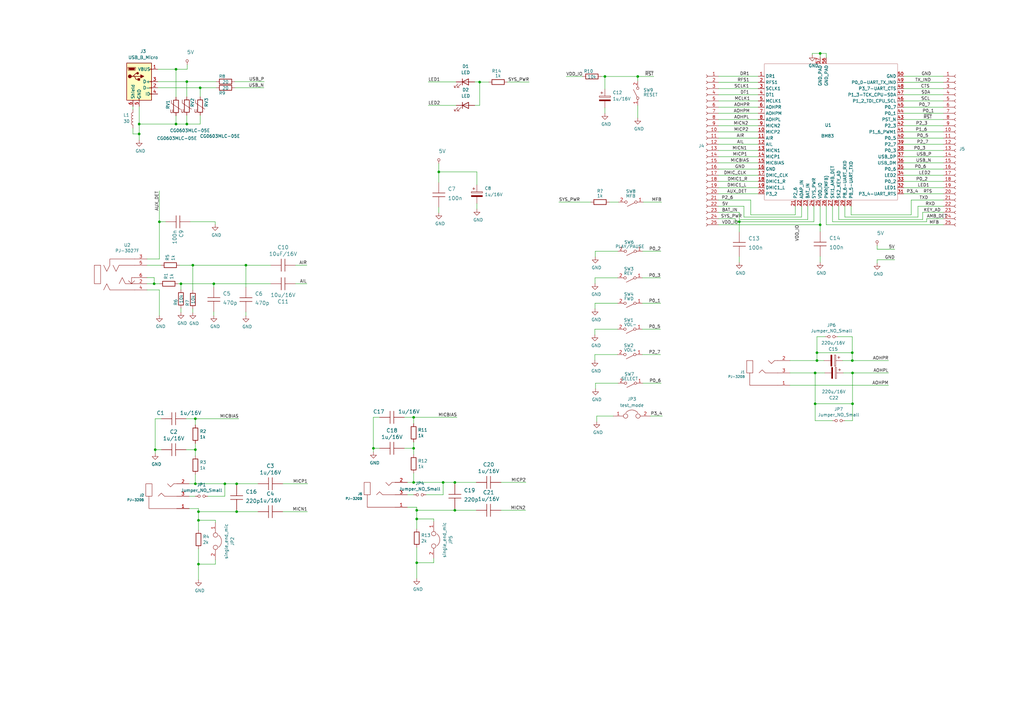
<source format=kicad_sch>
(kicad_sch (version 20200602) (host eeschema "5.99.0-unknown-6083c08~88~ubuntu18.04.1")
  (page 1 1)
  (paper "A3")
  (junction (at 57.0738 50.8762))
  (junction (at 57.0738 54.9402))
  (junction (at 63.2206 116.3828))
  (junction (at 63.6524 184.4294))
  (junction (at 65.3796 90.9828))
  (junction (at 72.1868 28.3972))
  (junction (at 72.1868 50.8762))
  (junction (at 74.2188 116.3828))
  (junction (at 76.6318 33.4772))
  (junction (at 76.6318 50.8762))
  (junction (at 79.0956 108.7628))
  (junction (at 80.137 171.7294))
  (junction (at 80.137 184.4294))
  (junction (at 80.137 198.4248))
  (junction (at 81.407 209.8548))
  (junction (at 81.407 213.4108))
  (junction (at 81.407 231.3686))
  (junction (at 82.0928 36.0172))
  (junction (at 87.7062 116.3828))
  (junction (at 92.2274 198.4248))
  (junction (at 97.0534 198.4248))
  (junction (at 97.0534 209.8548))
  (junction (at 100.8634 108.7628))
  (junction (at 153.162 183.8706))
  (junction (at 169.6466 171.1706))
  (junction (at 169.6466 183.8706))
  (junction (at 169.6466 197.866))
  (junction (at 170.9166 209.296))
  (junction (at 170.9166 212.852))
  (junction (at 170.9166 230.8098))
  (junction (at 179.9844 70.5104))
  (junction (at 181.737 197.866))
  (junction (at 186.563 197.866))
  (junction (at 186.563 209.296))
  (junction (at 196.723 33.655))
  (junction (at 248.1072 31.369))
  (junction (at 261.5692 31.369))
  (junction (at 303.2252 90.932))
  (junction (at 334.3148 152.9588))
  (junction (at 334.3148 165.608))
  (junction (at 335.0768 144.653))
  (junction (at 335.0768 147.8788))
  (junction (at 336.3722 21.9202))
  (junction (at 336.3722 92.202))
  (junction (at 349.5548 144.653))
  (junction (at 349.5802 147.8788))
  (junction (at 349.6564 152.9588))
  (junction (at 349.6564 165.608))
  (wire (pts (xy 54.5338 43.6372) (xy 54.5338 44.9072)))
  (wire (pts (xy 54.5338 52.5272) (xy 54.5338 54.9402)))
  (wire (pts (xy 54.5338 54.9402) (xy 57.0738 54.9402)))
  (wire (pts (xy 57.0738 43.6372) (xy 57.0738 50.8762)))
  (wire (pts (xy 57.0738 50.8762) (xy 57.0738 54.9402)))
  (wire (pts (xy 57.0738 54.9402) (xy 57.0738 57.4802)))
  (wire (pts (xy 60.2996 106.2228) (xy 65.3796 106.2228)))
  (wire (pts (xy 60.2996 108.7628) (xy 66.04 108.7628)))
  (wire (pts (xy 60.2996 113.8428) (xy 63.2206 113.8428)))
  (wire (pts (xy 60.2996 116.3828) (xy 63.2206 116.3828)))
  (wire (pts (xy 60.2996 118.9228) (xy 65.3796 118.9228)))
  (wire (pts (xy 63.2206 113.8428) (xy 63.2206 116.3828)))
  (wire (pts (xy 63.2206 116.3828) (xy 65.4304 116.3828)))
  (wire (pts (xy 63.627 171.7294) (xy 66.167 171.7294)))
  (wire (pts (xy 63.627 184.4294) (xy 63.627 171.7294)))
  (wire (pts (xy 63.6524 184.4294) (xy 63.627 184.4294)))
  (wire (pts (xy 63.6524 184.4294) (xy 63.6524 185.9534)))
  (wire (pts (xy 64.6938 28.3972) (xy 72.1868 28.3972)))
  (wire (pts (xy 64.6938 33.4772) (xy 76.6318 33.4772)))
  (wire (pts (xy 64.6938 36.0172) (xy 82.0928 36.0172)))
  (wire (pts (xy 65.3796 78.2828) (xy 65.3796 90.9828)))
  (wire (pts (xy 65.3796 90.9828) (xy 65.3796 106.2228)))
  (wire (pts (xy 65.3796 118.9228) (xy 65.3796 129.4384)))
  (wire (pts (xy 66.167 184.4294) (xy 63.6524 184.4294)))
  (wire (pts (xy 67.9196 90.9828) (xy 65.3796 90.9828)))
  (wire (pts (xy 72.1868 28.3972) (xy 72.1868 39.8272)))
  (wire (pts (xy 72.1868 28.3972) (xy 76.7588 28.3972)))
  (wire (pts (xy 72.1868 47.4472) (xy 72.1868 50.8762)))
  (wire (pts (xy 72.1868 50.8762) (xy 57.0738 50.8762)))
  (wire (pts (xy 72.1868 50.8762) (xy 76.6318 50.8762)))
  (wire (pts (xy 73.0504 116.3828) (xy 74.2188 116.3828)))
  (wire (pts (xy 73.66 108.7628) (xy 79.0956 108.7628)))
  (wire (pts (xy 74.2188 116.3828) (xy 74.2188 118.7704)))
  (wire (pts (xy 74.2188 116.3828) (xy 87.7062 116.3828)))
  (wire (pts (xy 74.2188 126.3904) (xy 74.2188 128.1176)))
  (wire (pts (xy 76.327 171.7294) (xy 80.137 171.7294)))
  (wire (pts (xy 76.6318 33.4772) (xy 76.6318 39.7002)))
  (wire (pts (xy 76.6318 33.4772) (xy 88.6968 33.4772)))
  (wire (pts (xy 76.6318 47.3202) (xy 76.6318 50.8762)))
  (wire (pts (xy 76.7588 26.4922) (xy 76.7588 28.3972)))
  (wire (pts (xy 77.597 198.4248) (xy 80.137 198.4248)))
  (wire (pts (xy 77.597 208.5848) (xy 81.407 208.5848)))
  (wire (pts (xy 78.0796 90.9828) (xy 88.2396 90.9828)))
  (wire (pts (xy 79.0956 108.7628) (xy 79.0956 119.0244)))
  (wire (pts (xy 79.0956 108.7628) (xy 100.8634 108.7628)))
  (wire (pts (xy 79.0956 126.6444) (xy 79.0956 128.2192)))
  (wire (pts (xy 80.137 171.7294) (xy 80.137 174.2694)))
  (wire (pts (xy 80.137 171.7294) (xy 97.917 171.7294)))
  (wire (pts (xy 80.137 181.8894) (xy 80.137 184.4294)))
  (wire (pts (xy 80.137 184.4294) (xy 76.327 184.4294)))
  (wire (pts (xy 80.137 184.4294) (xy 80.137 186.9694)))
  (wire (pts (xy 80.137 194.5894) (xy 80.137 198.4248)))
  (wire (pts (xy 80.137 198.4248) (xy 92.2274 198.4248)))
  (wire (pts (xy 80.137 203.5048) (xy 77.597 203.5048)))
  (wire (pts (xy 81.407 208.5848) (xy 81.407 209.8548)))
  (wire (pts (xy 81.407 209.8548) (xy 81.407 213.4108)))
  (wire (pts (xy 81.407 213.4108) (xy 81.407 217.4748)))
  (wire (pts (xy 81.407 225.0948) (xy 81.407 231.3686)))
  (wire (pts (xy 81.407 231.3686) (xy 81.407 237.7948)))
  (wire (pts (xy 81.407 231.3686) (xy 88.3666 231.3686)))
  (wire (pts (xy 82.0928 36.0172) (xy 82.0928 39.7002)))
  (wire (pts (xy 82.0928 36.0172) (xy 88.6968 36.0172)))
  (wire (pts (xy 82.0928 47.3202) (xy 82.0928 50.8762)))
  (wire (pts (xy 82.0928 50.8762) (xy 76.6318 50.8762)))
  (wire (pts (xy 85.217 203.5048) (xy 92.2274 203.5048)))
  (wire (pts (xy 87.7062 116.3828) (xy 87.7062 117.729)))
  (wire (pts (xy 87.7062 116.3828) (xy 111.0234 116.3828)))
  (wire (pts (xy 87.7062 127.889) (xy 87.7062 129.4638)))
  (wire (pts (xy 88.2396 90.9828) (xy 88.2396 91.9988)))
  (wire (pts (xy 88.3666 213.4108) (xy 81.407 213.4108)))
  (wire (pts (xy 88.3666 214.3506) (xy 88.3666 213.4108)))
  (wire (pts (xy 88.3666 229.5906) (xy 88.3666 231.3686)))
  (wire (pts (xy 92.2274 198.4248) (xy 92.2274 203.5048)))
  (wire (pts (xy 92.2274 198.4248) (xy 97.0534 198.4248)))
  (wire (pts (xy 96.3168 33.4772) (xy 108.3818 33.4772)))
  (wire (pts (xy 96.3168 36.0172) (xy 108.2548 36.0172)))
  (wire (pts (xy 97.0534 198.4248) (xy 97.0534 199.009)))
  (wire (pts (xy 97.0534 198.4248) (xy 105.8164 198.4248)))
  (wire (pts (xy 97.0534 209.169) (xy 97.0534 209.8548)))
  (wire (pts (xy 97.0534 209.8548) (xy 81.407 209.8548)))
  (wire (pts (xy 100.8634 108.7628) (xy 100.8634 117.8052)))
  (wire (pts (xy 100.8634 108.7628) (xy 111.0234 108.7628)))
  (wire (pts (xy 100.8634 127.9652) (xy 100.8634 129.54)))
  (wire (pts (xy 105.8164 209.8548) (xy 97.0534 209.8548)))
  (wire (pts (xy 115.9764 198.4248) (xy 126.1872 198.4248)))
  (wire (pts (xy 115.9764 209.8548) (xy 126.0602 209.8548)))
  (wire (pts (xy 121.1834 108.7628) (xy 125.8824 108.7628)))
  (wire (pts (xy 121.1834 116.3828) (xy 125.8824 116.3828)))
  (wire (pts (xy 153.1366 171.1706) (xy 155.6766 171.1706)))
  (wire (pts (xy 153.1366 183.8706) (xy 153.1366 171.1706)))
  (wire (pts (xy 153.162 183.8706) (xy 153.1366 183.8706)))
  (wire (pts (xy 153.162 183.8706) (xy 153.162 185.3946)))
  (wire (pts (xy 155.6766 183.8706) (xy 153.162 183.8706)))
  (wire (pts (xy 165.8366 171.1706) (xy 169.6466 171.1706)))
  (wire (pts (xy 167.1066 197.866) (xy 169.6466 197.866)))
  (wire (pts (xy 167.1066 208.026) (xy 170.9166 208.026)))
  (wire (pts (xy 169.6466 171.1706) (xy 169.6466 173.7106)))
  (wire (pts (xy 169.6466 171.1706) (xy 187.4266 171.1706)))
  (wire (pts (xy 169.6466 181.3306) (xy 169.6466 183.8706)))
  (wire (pts (xy 169.6466 183.8706) (xy 165.8366 183.8706)))
  (wire (pts (xy 169.6466 183.8706) (xy 169.6466 186.4106)))
  (wire (pts (xy 169.6466 194.0306) (xy 169.6466 197.866)))
  (wire (pts (xy 169.6466 197.866) (xy 181.737 197.866)))
  (wire (pts (xy 169.6466 202.946) (xy 167.1066 202.946)))
  (wire (pts (xy 170.9166 208.026) (xy 170.9166 209.296)))
  (wire (pts (xy 170.9166 209.296) (xy 170.9166 212.852)))
  (wire (pts (xy 170.9166 212.852) (xy 170.9166 216.916)))
  (wire (pts (xy 170.9166 224.536) (xy 170.9166 230.8098)))
  (wire (pts (xy 170.9166 230.8098) (xy 170.9166 237.236)))
  (wire (pts (xy 170.9166 230.8098) (xy 177.8762 230.8098)))
  (wire (pts (xy 174.7266 202.946) (xy 181.737 202.946)))
  (wire (pts (xy 175.641 33.6042) (xy 187.0964 33.6042)))
  (wire (pts (xy 175.6664 43.2308) (xy 187.1218 43.2308)))
  (wire (pts (xy 177.8762 212.852) (xy 170.9166 212.852)))
  (wire (pts (xy 177.8762 213.7918) (xy 177.8762 212.852)))
  (wire (pts (xy 177.8762 229.0318) (xy 177.8762 230.8098)))
  (wire (pts (xy 179.9844 67.0814) (xy 179.9844 70.5104)))
  (wire (pts (xy 179.9844 70.5104) (xy 179.9844 74.8284)))
  (wire (pts (xy 179.9844 70.5104) (xy 195.6054 70.5104)))
  (wire (pts (xy 179.9844 84.9884) (xy 179.9844 87.2744)))
  (wire (pts (xy 181.737 197.866) (xy 181.737 202.946)))
  (wire (pts (xy 181.737 197.866) (xy 186.563 197.866)))
  (wire (pts (xy 186.563 197.866) (xy 186.563 198.4502)))
  (wire (pts (xy 186.563 197.866) (xy 195.326 197.866)))
  (wire (pts (xy 186.563 208.6102) (xy 186.563 209.296)))
  (wire (pts (xy 186.563 209.296) (xy 170.9166 209.296)))
  (wire (pts (xy 194.7164 33.6042) (xy 196.723 33.6042)))
  (wire (pts (xy 194.7418 43.2308) (xy 196.723 43.2308)))
  (wire (pts (xy 195.326 209.296) (xy 186.563 209.296)))
  (wire (pts (xy 195.6054 70.5104) (xy 195.6054 75.8444)))
  (wire (pts (xy 195.6054 83.4644) (xy 195.6054 85.7504)))
  (wire (pts (xy 196.723 33.6042) (xy 196.723 33.655)))
  (wire (pts (xy 196.723 33.655) (xy 196.723 43.2308)))
  (wire (pts (xy 196.723 33.655) (xy 200.4822 33.655)))
  (wire (pts (xy 205.486 197.866) (xy 215.6968 197.866)))
  (wire (pts (xy 205.486 209.296) (xy 215.5698 209.296)))
  (wire (pts (xy 208.1022 33.655) (xy 217.043 33.655)))
  (wire (pts (xy 229.2096 82.8802) (xy 242.2906 82.8802)))
  (wire (pts (xy 232.2322 31.369) (xy 238.9632 31.369)))
  (wire (pts (xy 243.9924 135.001) (xy 243.9924 137.287)))
  (wire (pts (xy 243.9924 135.001) (xy 253.2634 135.001)))
  (wire (pts (xy 243.9924 145.415) (xy 243.9924 147.701)))
  (wire (pts (xy 243.9924 145.415) (xy 253.2634 145.415)))
  (wire (pts (xy 244.0432 113.9698) (xy 244.0432 116.2558)))
  (wire (pts (xy 244.0432 113.9698) (xy 253.3142 113.9698)))
  (wire (pts (xy 244.0432 124.3838) (xy 244.0432 126.6698)))
  (wire (pts (xy 244.0432 124.3838) (xy 253.3142 124.3838)))
  (wire (pts (xy 244.1448 103.0478) (xy 244.1448 105.3338)))
  (wire (pts (xy 244.1448 103.0478) (xy 253.4158 103.0478)))
  (wire (pts (xy 244.2464 157.1498) (xy 244.2464 159.4358)))
  (wire (pts (xy 244.2464 157.1498) (xy 253.5174 157.1498)))
  (wire (pts (xy 244.7544 170.6372) (xy 244.7544 172.9232)))
  (wire (pts (xy 244.7544 170.6372) (xy 251.5108 170.6372)))
  (wire (pts (xy 246.5832 31.369) (xy 248.1072 31.369)))
  (wire (pts (xy 248.1072 31.369) (xy 248.1072 36.576)))
  (wire (pts (xy 248.1072 31.369) (xy 261.5692 31.369)))
  (wire (pts (xy 248.1072 44.196) (xy 248.1072 46.482)))
  (wire (pts (xy 249.9106 82.8802) (xy 253.6952 82.8802)))
  (wire (pts (xy 261.5692 31.369) (xy 261.5692 33.147)))
  (wire (pts (xy 261.5692 31.369) (xy 268.1732 31.369)))
  (wire (pts (xy 261.5692 43.307) (xy 261.5692 48.387)))
  (wire (pts (xy 263.4234 135.001) (xy 270.9164 135.001)))
  (wire (pts (xy 263.4234 145.415) (xy 270.9164 145.415)))
  (wire (pts (xy 263.4742 113.9698) (xy 270.9672 113.9698)))
  (wire (pts (xy 263.4742 124.3838) (xy 270.9672 124.3838)))
  (wire (pts (xy 263.5758 103.0478) (xy 271.0688 103.0478)))
  (wire (pts (xy 263.6774 157.1498) (xy 271.1704 157.1498)))
  (wire (pts (xy 263.8552 82.8802) (xy 271.3482 82.8802)))
  (wire (pts (xy 266.7508 170.6372) (xy 271.6784 170.6372)))
  (wire (pts (xy 294.7162 31.242) (xy 310.9722 31.242)))
  (wire (pts (xy 294.7162 33.782) (xy 310.9722 33.782)))
  (wire (pts (xy 294.7162 36.322) (xy 310.9722 36.322)))
  (wire (pts (xy 294.7162 38.862) (xy 310.9722 38.862)))
  (wire (pts (xy 294.7162 41.402) (xy 310.9722 41.402)))
  (wire (pts (xy 294.7162 43.942) (xy 310.9722 43.942)))
  (wire (pts (xy 294.7162 46.482) (xy 310.9722 46.482)))
  (wire (pts (xy 294.7162 49.022) (xy 310.9722 49.022)))
  (wire (pts (xy 294.7162 51.562) (xy 310.9722 51.562)))
  (wire (pts (xy 294.7162 54.102) (xy 310.9722 54.102)))
  (wire (pts (xy 294.7162 56.642) (xy 310.9722 56.642)))
  (wire (pts (xy 294.7162 59.182) (xy 310.9722 59.182)))
  (wire (pts (xy 294.7162 61.722) (xy 310.9722 61.722)))
  (wire (pts (xy 294.7162 64.262) (xy 310.9722 64.262)))
  (wire (pts (xy 294.7162 66.802) (xy 310.9722 66.802)))
  (wire (pts (xy 294.7162 69.342) (xy 310.9722 69.342)))
  (wire (pts (xy 294.7162 71.882) (xy 310.9722 71.882)))
  (wire (pts (xy 294.7162 74.422) (xy 310.9722 74.422)))
  (wire (pts (xy 294.7162 76.962) (xy 310.9722 76.962)))
  (wire (pts (xy 294.7162 79.502) (xy 310.9722 79.502)))
  (wire (pts (xy 294.7162 82.042) (xy 307.9242 82.042)))
  (wire (pts (xy 294.7162 87.122) (xy 303.2252 87.122)))
  (wire (pts (xy 294.7162 92.202) (xy 336.3722 92.202)))
  (wire (pts (xy 301.5742 89.662) (xy 294.7162 89.662)))
  (wire (pts (xy 301.5742 90.932) (xy 301.5742 89.662)))
  (wire (pts (xy 303.2252 87.122) (xy 303.2252 90.043)))
  (wire (pts (xy 303.2252 90.043) (xy 331.2922 90.043)))
  (wire (pts (xy 303.2252 90.932) (xy 301.5742 90.932)))
  (wire (pts (xy 303.2252 90.932) (xy 303.2252 95.123)))
  (wire (pts (xy 303.2252 105.283) (xy 303.2252 107.569)))
  (wire (pts (xy 305.1302 84.582) (xy 294.7162 84.582)))
  (wire (pts (xy 305.1302 89.027) (xy 305.1302 84.582)))
  (wire (pts (xy 307.9242 82.042) (xy 307.9242 88.138)))
  (wire (pts (xy 307.9242 88.138) (xy 326.2122 88.138)))
  (wire (pts (xy 324.0278 147.8788) (xy 335.0768 147.8788)))
  (wire (pts (xy 324.0278 152.9588) (xy 334.3148 152.9588)))
  (wire (pts (xy 324.0278 158.0388) (xy 364.4138 158.0388)))
  (wire (pts (xy 326.2122 88.138) (xy 326.2122 84.582)))
  (wire (pts (xy 328.7522 84.582) (xy 328.7522 89.027)))
  (wire (pts (xy 328.7522 89.027) (xy 305.1302 89.027)))
  (wire (pts (xy 331.2922 90.043) (xy 331.2922 84.582)))
  (wire (pts (xy 333.1464 21.9202) (xy 333.1464 22.5044)))
  (wire (pts (xy 333.8322 84.582) (xy 333.8322 90.932)))
  (wire (pts (xy 333.8322 90.932) (xy 303.2252 90.932)))
  (wire (pts (xy 334.3148 152.9588) (xy 338.2518 152.9588)))
  (wire (pts (xy 334.3148 165.608) (xy 334.3148 152.9588)))
  (wire (pts (xy 334.3148 165.608) (xy 349.6564 165.608)))
  (wire (pts (xy 334.3148 172.5168) (xy 334.3148 165.608)))
  (wire (pts (xy 335.0768 138.0744) (xy 335.0768 144.653)))
  (wire (pts (xy 335.0768 144.653) (xy 335.0768 147.8788)))
  (wire (pts (xy 335.0768 147.8788) (xy 337.947 147.8788)))
  (wire (pts (xy 336.3722 21.9202) (xy 333.1464 21.9202)))
  (wire (pts (xy 336.3722 21.9202) (xy 336.3722 23.622)))
  (wire (pts (xy 336.3722 92.202) (xy 336.3722 84.582)))
  (wire (pts (xy 336.3722 92.202) (xy 336.3722 94.996)))
  (wire (pts (xy 336.3722 105.156) (xy 336.3722 107.569)))
  (wire (pts (xy 338.4804 138.0744) (xy 335.0768 138.0744)))
  (wire (pts (xy 338.9122 21.9202) (xy 336.3722 21.9202)))
  (wire (pts (xy 338.9122 23.622) (xy 338.9122 21.9202)))
  (wire (pts (xy 338.9122 92.202) (xy 338.9122 84.582)))
  (wire (pts (xy 338.9122 92.202) (xy 386.9182 92.202)))
  (wire (pts (xy 341.4268 172.5168) (xy 334.3148 172.5168)))
  (wire (pts (xy 341.4522 84.582) (xy 341.4522 90.932)))
  (wire (pts (xy 341.4522 90.932) (xy 380.0602 90.932)))
  (wire (pts (xy 343.5604 138.0744) (xy 349.5548 138.0744)))
  (wire (pts (xy 343.9922 90.043) (xy 343.9922 84.582)))
  (wire (pts (xy 345.567 147.8788) (xy 349.5802 147.8788)))
  (wire (pts (xy 345.8718 152.9588) (xy 349.6564 152.9588)))
  (wire (pts (xy 346.5322 84.582) (xy 346.5322 89.027)))
  (wire (pts (xy 346.5322 89.027) (xy 376.5042 89.027)))
  (wire (pts (xy 349.0722 88.138) (xy 349.0722 84.582)))
  (wire (pts (xy 349.5548 138.0744) (xy 349.5548 144.653)))
  (wire (pts (xy 349.5548 144.653) (xy 335.0768 144.653)))
  (wire (pts (xy 349.5548 144.653) (xy 349.5548 147.8534)))
  (wire (pts (xy 349.5548 147.8534) (xy 349.5802 147.8534)))
  (wire (pts (xy 349.5802 147.8534) (xy 349.5802 147.8788)))
  (wire (pts (xy 349.5802 147.8788) (xy 364.4392 147.8788)))
  (wire (pts (xy 349.6564 152.9588) (xy 349.6564 165.608)))
  (wire (pts (xy 349.6564 152.9588) (xy 364.4392 152.9588)))
  (wire (pts (xy 349.6564 165.608) (xy 349.6564 172.5168)))
  (wire (pts (xy 349.6564 172.5168) (xy 346.5068 172.5168)))
  (wire (pts (xy 359.7402 100.711) (xy 359.7402 102.235)))
  (wire (pts (xy 359.7402 102.235) (xy 366.9792 102.235)))
  (wire (pts (xy 359.7402 106.553) (xy 366.9792 106.553)))
  (wire (pts (xy 359.7402 107.95) (xy 359.7402 106.553)))
  (wire (pts (xy 370.6622 31.242) (xy 386.9182 31.242)))
  (wire (pts (xy 370.6622 33.782) (xy 386.9182 33.782)))
  (wire (pts (xy 370.6622 36.322) (xy 386.9182 36.322)))
  (wire (pts (xy 370.6622 38.862) (xy 386.9182 38.862)))
  (wire (pts (xy 370.6622 41.402) (xy 386.9182 41.402)))
  (wire (pts (xy 370.6622 43.942) (xy 386.9182 43.942)))
  (wire (pts (xy 370.6622 46.482) (xy 386.9182 46.482)))
  (wire (pts (xy 370.6622 49.022) (xy 386.9182 49.022)))
  (wire (pts (xy 370.6622 51.562) (xy 386.9182 51.562)))
  (wire (pts (xy 370.6622 54.102) (xy 386.9182 54.102)))
  (wire (pts (xy 370.6622 56.642) (xy 386.9182 56.642)))
  (wire (pts (xy 370.6622 59.182) (xy 386.9182 59.182)))
  (wire (pts (xy 370.6622 61.722) (xy 386.9182 61.722)))
  (wire (pts (xy 370.6622 64.262) (xy 386.9182 64.262)))
  (wire (pts (xy 370.6622 66.802) (xy 386.9182 66.802)))
  (wire (pts (xy 370.6622 69.342) (xy 386.9182 69.342)))
  (wire (pts (xy 370.6622 71.882) (xy 386.9182 71.882)))
  (wire (pts (xy 370.6622 74.422) (xy 386.9182 74.422)))
  (wire (pts (xy 370.6622 76.962) (xy 386.9182 76.962)))
  (wire (pts (xy 370.6622 79.502) (xy 386.9182 79.502)))
  (wire (pts (xy 373.7102 82.042) (xy 373.7102 88.138)))
  (wire (pts (xy 373.7102 88.138) (xy 349.0722 88.138)))
  (wire (pts (xy 376.5042 84.582) (xy 386.9182 84.582)))
  (wire (pts (xy 376.5042 89.027) (xy 376.5042 84.582)))
  (wire (pts (xy 378.4092 87.122) (xy 378.4092 90.043)))
  (wire (pts (xy 378.4092 90.043) (xy 343.9922 90.043)))
  (wire (pts (xy 380.0602 89.662) (xy 386.9182 89.662)))
  (wire (pts (xy 380.0602 90.932) (xy 380.0602 89.662)))
  (wire (pts (xy 386.9182 82.042) (xy 373.7102 82.042)))
  (wire (pts (xy 386.9182 87.122) (xy 378.4092 87.122)))
  (label "AUX_DET" (at 65.3796 78.2828 270))
  (label "MICBIAS" (at 97.917 171.7294 180))
  (label "USB_N" (at 108.2548 36.0172 180))
  (label "USB_P" (at 108.3818 33.4772 180))
  (label "AIR" (at 125.8824 108.7628 180))
  (label "AIL" (at 125.8824 116.3828 180))
  (label "MICN1" (at 126.0602 209.8548 180))
  (label "MICP1" (at 126.1872 198.4248 180))
  (label "LED1" (at 175.641 33.6042 0))
  (label "LED2" (at 175.6664 43.2308 0))
  (label "MICBIAS" (at 187.4266 171.1706 180))
  (label "MICN2" (at 215.5698 209.296 180))
  (label "MICP2" (at 215.6968 197.866 180))
  (label "SYS_PWR" (at 217.043 33.655 180))
  (label "SYS_PWR" (at 229.2096 82.8802 0))
  (label "VDD_IO" (at 232.2322 31.369 0))
  (label "~RST" (at 268.1732 31.369 180))
  (label "P0_5" (at 270.9164 135.001 180))
  (label "P2_7" (at 270.9164 145.415 180))
  (label "P0_3" (at 270.9672 113.9698 180))
  (label "P0_1" (at 270.9672 124.3838 180))
  (label "P0_2" (at 271.0688 103.0478 180))
  (label "P0_6" (at 271.1704 157.1498 180))
  (label "MFB" (at 271.3482 82.8802 180))
  (label "P3_4" (at 271.6784 170.6372 180))
  (label "SYS_PWR" (at 295.6306 89.662 0))
  (label "VDD_IO" (at 296.037 92.202 0))
  (label "BAT_IN" (at 296.0624 87.122 0))
  (label "5V" (at 298.6532 84.582 180))
  (label "P2_6" (at 300.7868 82.042 180))
  (label "AIL" (at 305.1302 59.182 180))
  (label "AIR" (at 305.2572 56.642 180))
  (label "GND" (at 305.5112 69.342 180))
  (label "DMIC_CLK" (at 306.1716 71.882 180))
  (label "DMIC1_L" (at 306.2224 76.962 180))
  (label "AUX_DET" (at 306.324 79.502 180))
  (label "MICN1" (at 306.4002 61.722 180))
  (label "MICP1" (at 306.5272 64.262 180))
  (label "DMIC1_R" (at 306.6034 74.422 180))
  (label "MICN2" (at 306.9082 51.562 180))
  (label "MICP2" (at 307.0352 54.102 180))
  (label "SCLK1" (at 307.2892 36.322 180))
  (label "DT1" (at 307.2892 38.862 180))
  (label "AOHPL" (at 307.2892 49.022 180))
  (label "MICBIAS" (at 307.2892 66.802 180))
  (label "DR1" (at 307.4162 31.242 180))
  (label "RFS1" (at 307.4162 33.782 180))
  (label "AOHPR" (at 307.5432 43.942 180))
  (label "AOHPM" (at 307.5432 46.482 180))
  (label "MCLK1" (at 307.6702 41.402 180))
  (label "VDD_IO" (at 327.9902 92.202 270))
  (label "AOHPM" (at 364.4138 158.0388 180))
  (label "AOHPR" (at 364.4392 147.8788 180))
  (label "AOHPL" (at 364.4392 152.9588 180))
  (label "5V" (at 366.9792 102.235 180))
  (label "GND" (at 366.9792 106.553 180))
  (label "P1_6" (at 375.4882 54.102 0))
  (label "P2_3" (at 375.6152 51.562 0))
  (label "P3_4" (at 376.6312 79.502 180))
  (label "P0_7" (at 376.7582 43.942 0))
  (label "KEY_AD" (at 378.8156 87.122 0))
  (label "P0_3" (at 379.6284 61.722 180))
  (label "P0_6" (at 379.9586 69.342 180))
  (label "AMB_DET" (at 380.0856 89.662 0))
  (label "P0_2" (at 380.5428 74.422 180))
  (label "TXD" (at 380.6952 82.042 180))
  (label "P0_5" (at 380.8222 56.642 180))
  (label "P2_7" (at 380.8476 59.182 180))
  (label "LED1" (at 381.2032 76.962 180))
  (label "CTS" (at 381.3302 36.322 180))
  (label "SCL" (at 381.4572 41.402 180))
  (label "SDA" (at 381.5842 38.862 180))
  (label "LED2" (at 381.7112 71.882 180))
  (label "TX_IND" (at 381.8382 33.782 180))
  (label "GND" (at 381.9652 31.242 180))
  (label "USB_N" (at 381.9652 66.802 180))
  (label "USB_P" (at 382.0922 64.262 180))
  (label "~RST" (at 382.3462 49.022 180))
  (label "RTS" (at 382.3462 79.502 180))
  (label "P0_1" (at 383.159 46.482 180))
  (label "RXD" (at 383.4892 84.582 180))
  (label "MFB" (at 385.1402 92.202 180))
  (symbol (lib_id "Device:Jumper_NO_Small") (at 82.677 203.5048 0) (unit 1)
    (property "Reference" "JP1" (at 82.677 198.8058 0))
    (property "Value" "Jumper_NO_Small" (at 82.677 201.1172 0))
    (property "Footprint" "Jumper:SolderJumper-2_P1.3mm_Open_RoundedPad1.0x1.5mm" (effects hide))
  )
  (symbol (lib_id "Device:Jumper_NO_Small") (at 172.1866 202.946 0) (unit 1)
    (property "Reference" "JP4" (at 172.1866 198.247 0))
    (property "Value" "Jumper_NO_Small" (at 172.1866 200.5584 0))
    (property "Footprint" "Jumper:SolderJumper-2_P1.3mm_Open_RoundedPad1.0x1.5mm" (effects hide))
  )
  (symbol (lib_id "Device:Jumper_NO_Small") (at 341.0204 138.0744 0) (unit 1)
    (property "Reference" "JP6" (at 341.0204 133.3754 0))
    (property "Value" "Jumper_NO_Small" (at 341.0204 135.6868 0))
    (property "Footprint" "Jumper:SolderJumper-2_P1.3mm_Open_RoundedPad1.0x1.5mm" (effects hide))
  )
  (symbol (lib_id "Device:Jumper_NO_Small") (at 343.9668 172.5168 0) (unit 1)
    (property "Reference" "JP7" (at 343.9668 167.8178 0))
    (property "Value" "Jumper_NO_Small" (at 343.9668 170.1292 0))
    (property "Footprint" "Jumper:SolderJumper-2_P1.3mm_Open_RoundedPad1.0x1.5mm" (effects hide))
  )
  (symbol (lib_id "pwr:5V") (at 76.7588 26.4922 0) (unit 1)
    (property "Reference" "#PWR05" (effects hide))
    (property "Value" "5V" (at 78.1558 21.4122 0) (effects (font (size 1.524 1.524))))
  )
  (symbol (lib_id "pwr:5V") (at 179.9844 67.0814 0) (unit 1)
    (property "Reference" "#PWR011" (effects hide))
    (property "Value" "5V" (at 181.3814 62.0014 0) (effects (font (size 1.524 1.524))))
  )
  (symbol (lib_id "pwr:5V") (at 359.7402 100.711 0) (unit 1)
    (property "Reference" "#PWR026" (effects hide))
    (property "Value" "5V" (at 361.1372 95.631 0) (effects (font (size 1.524 1.524))))
  )
  (symbol (lib_id "Device:L") (at 54.5338 48.7172 180) (unit 1)
    (property "Reference" "L1" (at 50.5968 47.1932 0) (effects (justify right)))
    (property "Value" "30" (at 50.5968 49.7332 0) (effects (justify right)))
    (property "Footprint" "Resistors_SMD.pretty:R_1206_HandSoldering" (effects hide))
  )
  (symbol (lib_id "power:GND") (at 57.0738 57.4802 0) (unit 1)
    (property "Reference" "#PWR01" (effects hide))
    (property "Value" "GND" (at 57.5818 61.9252 0))
  )
  (symbol (lib_id "power:GND") (at 63.6524 185.9534 0) (unit 1)
    (property "Reference" "#PWR02" (effects hide))
    (property "Value" "GND" (at 64.1604 190.3984 0))
  )
  (symbol (lib_id "power:GND") (at 65.3796 129.4384 0) (unit 1)
    (property "Reference" "#PWR03" (effects hide))
    (property "Value" "GND" (at 65.8876 133.8834 0))
  )
  (symbol (lib_id "power:GND") (at 74.2188 128.1176 0) (unit 1)
    (property "Reference" "#PWR04" (effects hide))
    (property "Value" "GND" (at 74.7268 132.5626 0))
  )
  (symbol (lib_id "power:GND") (at 79.0956 128.2192 0) (unit 1)
    (property "Reference" "#PWR06" (effects hide))
    (property "Value" "GND" (at 79.6036 132.6642 0))
  )
  (symbol (lib_id "power:GND") (at 81.407 237.7948 0) (unit 1)
    (property "Reference" "#PWR07" (effects hide))
    (property "Value" "GND" (at 81.915 242.2398 0))
  )
  (symbol (lib_id "power:GND") (at 87.7062 129.4638 0) (unit 1)
    (property "Reference" "#PWR08" (effects hide))
    (property "Value" "GND" (at 88.2142 133.9088 0))
  )
  (symbol (lib_id "power:GND") (at 88.2396 91.9988 0) (unit 1)
    (property "Reference" "#PWR09" (effects hide))
    (property "Value" "GND" (at 88.7476 96.4438 0))
  )
  (symbol (lib_id "power:GND") (at 100.8634 129.54 0) (unit 1)
    (property "Reference" "#PWR010" (effects hide))
    (property "Value" "GND" (at 101.3714 133.985 0))
  )
  (symbol (lib_id "power:GND") (at 153.162 185.3946 0) (unit 1)
    (property "Reference" "#PWR0103" (effects hide))
    (property "Value" "GND" (at 153.67 189.8396 0))
  )
  (symbol (lib_id "power:GND") (at 170.9166 237.236 0) (unit 1)
    (property "Reference" "#PWR0102" (effects hide))
    (property "Value" "GND" (at 171.4246 241.681 0))
  )
  (symbol (lib_id "power:GND") (at 179.9844 87.2744 0) (unit 1)
    (property "Reference" "#PWR012" (effects hide))
    (property "Value" "GND" (at 180.4924 91.7194 0))
  )
  (symbol (lib_id "power:GND") (at 195.6054 85.7504 0) (unit 1)
    (property "Reference" "#PWR013" (effects hide))
    (property "Value" "GND" (at 196.1134 90.1954 0))
  )
  (symbol (lib_id "power:GND") (at 243.9924 137.287 0) (unit 1)
    (property "Reference" "#PWR014" (effects hide))
    (property "Value" "GND" (at 244.5004 141.732 0))
  )
  (symbol (lib_id "power:GND") (at 243.9924 147.701 0) (unit 1)
    (property "Reference" "#PWR015" (effects hide))
    (property "Value" "GND" (at 244.5004 152.146 0))
  )
  (symbol (lib_id "power:GND") (at 244.0432 116.2558 0) (unit 1)
    (property "Reference" "#PWR016" (effects hide))
    (property "Value" "GND" (at 244.5512 120.7008 0))
  )
  (symbol (lib_id "power:GND") (at 244.0432 126.6698 0) (unit 1)
    (property "Reference" "#PWR017" (effects hide))
    (property "Value" "GND" (at 244.5512 131.1148 0))
  )
  (symbol (lib_id "power:GND") (at 244.1448 105.3338 0) (unit 1)
    (property "Reference" "#PWR019" (effects hide))
    (property "Value" "GND" (at 244.6528 109.7788 0))
  )
  (symbol (lib_id "power:GND") (at 244.2464 159.4358 0) (unit 1)
    (property "Reference" "#PWR020" (effects hide))
    (property "Value" "GND" (at 244.7544 163.8808 0))
  )
  (symbol (lib_id "power:GND") (at 244.7544 172.9232 0) (unit 1)
    (property "Reference" "#PWR021" (effects hide))
    (property "Value" "GND" (at 245.2624 177.3682 0))
  )
  (symbol (lib_id "power:GND") (at 248.1072 46.482 0) (unit 1)
    (property "Reference" "#PWR022" (effects hide))
    (property "Value" "GND" (at 248.6152 50.927 0))
  )
  (symbol (lib_id "power:GND") (at 261.5692 48.387 0) (unit 1)
    (property "Reference" "#PWR023" (effects hide))
    (property "Value" "GND" (at 262.0772 52.832 0))
  )
  (symbol (lib_id "power:GND") (at 303.2252 107.569 0) (unit 1)
    (property "Reference" "#PWR024" (effects hide))
    (property "Value" "GND" (at 303.7332 112.014 0))
  )
  (symbol (lib_id "power:GND") (at 333.1464 22.5044 0) (unit 1)
    (property "Reference" "#PWR0101" (effects hide))
    (property "Value" "GND" (at 333.6544 26.9494 0))
  )
  (symbol (lib_id "power:GND") (at 336.3722 107.569 0) (unit 1)
    (property "Reference" "#PWR025" (effects hide))
    (property "Value" "GND" (at 336.8802 112.014 0))
  )
  (symbol (lib_id "power:GND") (at 359.7402 107.95 0) (unit 1)
    (property "Reference" "#PWR027" (effects hide))
    (property "Value" "GND" (at 360.2482 112.395 0))
  )
  (symbol (lib_id "Device:R") (at 69.2404 116.3828 270) (unit 1)
    (property "Reference" "R1" (at 68.072 114.6048 0) (effects (justify right)))
    (property "Value" "1k" (at 70.3834 114.6048 0) (effects (justify right)))
    (property "Footprint" "Resistors_SMD.pretty:R_0805_HandSoldering" (effects hide))
  )
  (symbol (lib_id "Device:R") (at 69.85 108.7628 270) (unit 1)
    (property "Reference" "R5" (at 68.6816 106.9848 0) (effects (justify right)))
    (property "Value" "1k" (at 70.993 106.9848 0) (effects (justify right)))
    (property "Footprint" "Resistors_SMD.pretty:R_0805_HandSoldering" (effects hide))
  )
  (symbol (lib_id "Device:R") (at 74.2188 122.5804 180) (unit 1)
    (property "Reference" "R6" (at 72.0598 123.9774 90))
    (property "Value" "10k" (at 74.3458 122.5804 90))
    (property "Footprint" "Resistors_SMD.pretty:R_0805_HandSoldering" (effects hide))
  )
  (symbol (lib_id "Device:R") (at 79.0956 122.8344 180) (unit 1)
    (property "Reference" "R7" (at 76.9366 124.2314 90))
    (property "Value" "10k" (at 79.2226 122.8344 90))
    (property "Footprint" "Resistors_SMD.pretty:R_0805_HandSoldering" (effects hide))
  )
  (symbol (lib_id "Device:R") (at 80.137 178.0794 180) (unit 1)
    (property "Reference" "R2" (at 81.915 176.911 0) (effects (justify right)))
    (property "Value" "1k" (at 81.915 179.2224 0) (effects (justify right)))
    (property "Footprint" "Resistors_SMD.pretty:R_0805_HandSoldering" (effects hide))
  )
  (symbol (lib_id "Device:R") (at 80.137 190.7794 180) (unit 1)
    (property "Reference" "R3" (at 81.915 189.611 0) (effects (justify right)))
    (property "Value" "1k" (at 81.915 191.9224 0) (effects (justify right)))
    (property "Footprint" "Resistors_SMD.pretty:R_0805_HandSoldering" (effects hide))
  )
  (symbol (lib_id "Device:R") (at 81.407 221.2848 180) (unit 1)
    (property "Reference" "R4" (at 83.185 220.1164 0) (effects (justify right)))
    (property "Value" "2k" (at 83.185 222.4278 0) (effects (justify right)))
    (property "Footprint" "Resistors_SMD.pretty:R_0805_HandSoldering" (effects hide))
  )
  (symbol (lib_id "Device:R") (at 92.5068 33.4772 90) (unit 1)
    (property "Reference" "R8" (at 91.1098 31.3182 90))
    (property "Value" "20" (at 92.5068 33.6042 90))
    (property "Footprint" "Resistors_SMD.pretty:R_0805_HandSoldering" (effects hide))
  )
  (symbol (lib_id "Device:R") (at 92.5068 36.0172 90) (unit 1)
    (property "Reference" "R9" (at 91.1098 38.1762 90))
    (property "Value" "20" (at 92.5068 36.1442 90))
    (property "Footprint" "Resistors_SMD.pretty:R_0805_HandSoldering" (effects hide))
  )
  (symbol (lib_id "Device:R") (at 169.6466 177.5206 180) (unit 1)
    (property "Reference" "R11" (at 171.4246 176.3522 0) (effects (justify right)))
    (property "Value" "1k" (at 171.4246 178.6636 0) (effects (justify right)))
    (property "Footprint" "Resistors_SMD.pretty:R_0805_HandSoldering" (effects hide))
  )
  (symbol (lib_id "Device:R") (at 169.6466 190.2206 180) (unit 1)
    (property "Reference" "R12" (at 171.4246 189.0522 0) (effects (justify right)))
    (property "Value" "1k" (at 171.4246 191.3636 0) (effects (justify right)))
    (property "Footprint" "Resistors_SMD.pretty:R_0805_HandSoldering" (effects hide))
  )
  (symbol (lib_id "Device:R") (at 170.9166 220.726 180) (unit 1)
    (property "Reference" "R13" (at 172.6946 219.5576 0) (effects (justify right)))
    (property "Value" "2k" (at 172.6946 221.869 0) (effects (justify right)))
    (property "Footprint" "Resistors_SMD.pretty:R_0805_HandSoldering" (effects hide))
  )
  (symbol (lib_id "Device:R") (at 204.2922 33.655 270) (unit 1)
    (property "Reference" "R14" (at 205.5876 29.1338 90) (effects (justify right)))
    (property "Value" "1k" (at 205.486 31.0642 90) (effects (justify right)))
    (property "Footprint" "Resistors_SMD.pretty:R_0805_HandSoldering" (effects hide))
  )
  (symbol (lib_id "Device:R") (at 242.7732 31.369 90) (unit 1)
    (property "Reference" "R10" (at 241.3762 29.21 90))
    (property "Value" "10k" (at 242.7732 31.496 90))
    (property "Footprint" "Resistors_SMD.pretty:R_0805_HandSoldering" (effects hide))
  )
  (symbol (lib_id "Device:R") (at 246.1006 82.8802 270) (unit 1)
    (property "Reference" "R?" (at 247.396 78.359 90) (effects (justify right)))
    (property "Value" "1k" (at 247.2944 80.2894 90) (effects (justify right)))
    (property "Footprint" "Resistors_SMD.pretty:R_0805_HandSoldering" (effects hide))
  )
  (symbol (lib_id "Device:LED") (at 190.9064 33.6042 0) (unit 1)
    (property "Reference" "D1" (at 190.9572 27.2034 0))
    (property "Value" "LED" (at 190.9572 29.7434 0))
    (property "Footprint" "LEDs:LED_1206_HandSoldering" (effects hide))
  )
  (symbol (lib_id "Device:LED") (at 190.9318 43.2308 0) (unit 1)
    (property "Reference" "D2" (at 190.9826 36.83 0))
    (property "Value" "LED" (at 190.9826 39.37 0))
    (property "Footprint" "LEDs:LED_1206_HandSoldering" (effects hide))
  )
  (symbol (lib_id "Switch:SW_SPST") (at 258.3434 135.001 180) (unit 1)
    (property "Reference" "SW1" (at 255.8288 131.2926 0) (effects (justify right)))
    (property "Value" "VOL-" (at 255.9304 133.1214 0) (effects (justify right)))
    (property "Footprint" "Buttons_Switches_SMD.pretty:SW_SPST_FSMSM" (effects hide))
  )
  (symbol (lib_id "Switch:SW_SPST") (at 258.3434 145.415 180) (unit 1)
    (property "Reference" "SW2" (at 255.8288 141.7066 0) (effects (justify right)))
    (property "Value" "VOL+" (at 255.8796 143.5354 0) (effects (justify right)))
    (property "Footprint" "Buttons_Switches_SMD.pretty:SW_SPST_FSMSM" (effects hide))
  )
  (symbol (lib_id "Switch:SW_SPST") (at 258.3942 113.9698 180) (unit 1)
    (property "Reference" "SW3" (at 255.8796 110.2614 0) (effects (justify right)))
    (property "Value" "REV" (at 255.778 112.0902 0) (effects (justify right)))
    (property "Footprint" "Buttons_Switches_SMD.pretty:SW_SPST_FSMSM" (effects hide))
  )
  (symbol (lib_id "Switch:SW_SPST") (at 258.3942 124.3838 180) (unit 1)
    (property "Reference" "SW4" (at 255.8796 120.6754 0) (effects (justify right)))
    (property "Value" "FWD" (at 255.9304 122.5042 0) (effects (justify right)))
    (property "Footprint" "Buttons_Switches_SMD.pretty:SW_SPST_FSMSM" (effects hide))
  )
  (symbol (lib_id "Switch:SW_SPST") (at 258.4958 103.0478 180) (unit 1)
    (property "Reference" "SW6" (at 255.9812 99.3394 0) (effects (justify right)))
    (property "Value" "PLAY/PAUSE" (at 252.3236 101.1174 0) (effects (justify right)))
    (property "Footprint" "Buttons_Switches_SMD.pretty:SW_SPST_FSMSM" (effects hide))
  )
  (symbol (lib_id "Switch:SW_SPST") (at 258.5974 157.1498 180) (unit 1)
    (property "Reference" "SW7" (at 256.0828 153.4414 0) (effects (justify right)))
    (property "Value" "SELECT" (at 254.7112 155.321 0) (effects (justify right)))
    (property "Footprint" "Buttons_Switches_SMD.pretty:SW_SPST_FSMSM" (effects hide))
  )
  (symbol (lib_id "Switch:SW_SPST") (at 258.7752 82.8802 180) (unit 1)
    (property "Reference" "SW8" (at 256.6924 78.4606 0) (effects (justify right)))
    (property "Value" "MFB" (at 256.6924 80.391 0) (effects (justify right)))
    (property "Footprint" "Buttons_Switches_SMD.pretty:SW_SPST_FSMSM" (effects hide))
  )
  (symbol (lib_id "Switch:SW_SPST") (at 261.5692 38.227 90) (unit 1)
    (property "Reference" "SW9" (at 263.8552 36.957 90) (effects (justify right)))
    (property "Value" "RESET" (at 263.8552 38.862 90) (effects (justify right)))
    (property "Footprint" "Buttons_Switches_SMD.pretty:SW_SPST_FSMSM" (effects hide))
  )
  (symbol (lib_id "Device:Varistor") (at 72.1868 43.6372 0) (unit 1)
    (property "Reference" "RV1" (at 68.8848 44.7802 90) (effects (justify left)))
    (property "Value" "CG0603MLC-05E" (at 64.3128 56.7182 0) (effects (justify left)))
    (property "Footprint" "Resistors_SMD.pretty:R_0603_HandSoldering" (effects hide))
  )
  (symbol (lib_id "Device:Varistor") (at 76.6318 43.5102 0) (unit 1)
    (property "Reference" "RV2" (at 78.9178 44.0182 90) (effects (justify left)))
    (property "Value" "CG0603MLC-05E" (at 69.6468 53.5432 0) (effects (justify left)))
    (property "Footprint" "Resistors_SMD.pretty:R_0603_HandSoldering" (effects hide))
  )
  (symbol (lib_id "Device:Varistor") (at 82.0928 43.5102 0) (unit 1)
    (property "Reference" "RV3" (at 84.6328 43.8912 90) (effects (justify left)))
    (property "Value" "CG0603MLC-05E" (at 81.9658 55.8292 0) (effects (justify left)))
    (property "Footprint" "Resistors_SMD.pretty:R_0603_HandSoldering" (effects hide))
  )
  (symbol (lib_id "Device:CP") (at 195.6054 79.6544 0) (unit 1)
    (property "Reference" "C8" (at 198.7804 77.2414 0) (effects (justify left)))
    (property "Value" "1u/16V" (at 198.7804 79.7814 0) (effects (justify left)))
    (property "Footprint" "Capacitors_Tantalum_SMD.pretty:TantalC_SizeA_EIA-3216_HandSoldering" (effects hide))
  )
  (symbol (lib_id "Device:CP") (at 248.1072 40.386 0) (unit 1)
    (property "Reference" "C12" (at 251.2822 37.973 0) (effects (justify left)))
    (property "Value" "1u/16V" (at 251.2822 40.513 0) (effects (justify left)))
    (property "Footprint" "Capacitors_Tantalum_SMD.pretty:TantalC_SizeA_EIA-3216_HandSoldering" (effects hide))
  )
  (symbol (lib_id "Device:CP") (at 341.757 147.8788 270) (unit 1)
    (property "Reference" "C15" (at 341.7316 143.1798 90))
    (property "Value" "220u/16V" (at 341.7316 140.6398 90))
    (property "Footprint" "Capacitors_ThroughHole.pretty:C_Radial_D6.3_L11.2_P2.5" (effects hide))
  )
  (symbol (lib_id "Device:CP") (at 342.0618 152.9588 270) (unit 1)
    (property "Reference" "C22" (at 341.9602 163.1696 90))
    (property "Value" "220u/16V" (at 341.9602 160.6296 90))
    (property "Footprint" "Capacitors_ThroughHole.pretty:C_Radial_D6.3_L11.2_P2.5" (effects hide))
  )
  (symbol (lib_id "c:C") (at 71.247 171.7294 270) (unit 1)
    (property "Reference" "C1" (at 65.8368 169.3926 90) (effects (font (size 1.524 1.524))))
    (property "Value" "1u/16V" (at 78.2066 169.3672 90) (effects (font (size 1.524 1.524))))
    (property "Footprint" "Capacitors_SMD.pretty:C_1206_HandSoldering" (effects hide))
  )
  (symbol (lib_id "c:C") (at 71.247 184.4294 270) (unit 1)
    (property "Reference" "C2" (at 71.247 177.1142 90) (effects (font (size 1.524 1.524))))
    (property "Value" "1u/16V" (at 71.247 179.8064 90) (effects (font (size 1.524 1.524))))
    (property "Footprint" "Capacitors_SMD.pretty:C_1206_HandSoldering" (effects hide))
  )
  (symbol (lib_id "c:C") (at 72.9996 90.9828 270) (unit 1)
    (property "Reference" "C9" (at 74.3458 94.2594 0) (effects (font (size 1.524 1.524)) (justify left)))
    (property "Value" "100n" (at 71.6534 94.2594 0) (effects (font (size 1.524 1.524)) (justify left)))
    (property "Footprint" "Capacitors_SMD.pretty:C_0805_HandSoldering" (effects hide))
  )
  (symbol (lib_id "c:C") (at 87.7062 122.809 0) (unit 1)
    (property "Reference" "C5" (at 91.3892 120.396 0) (effects (font (size 1.524 1.524)) (justify left)))
    (property "Value" "470p" (at 91.3894 124.2064 0) (effects (font (size 1.524 1.524)) (justify left)))
    (property "Footprint" "Capacitors_SMD.pretty:C_0805_HandSoldering" (effects hide))
  )
  (symbol (lib_id "c:C") (at 97.0534 204.089 0) (unit 1)
    (property "Reference" "C16" (at 100.7364 201.676 0) (effects (font (size 1.524 1.524)) (justify left)))
    (property "Value" "220p" (at 100.737 205.486 0) (effects (font (size 1.524 1.524)) (justify left)))
    (property "Footprint" "Capacitors_SMD.pretty:C_0805_HandSoldering" (effects hide))
  )
  (symbol (lib_id "c:C") (at 100.8634 122.8852 0) (unit 1)
    (property "Reference" "C6" (at 104.5464 120.4722 0) (effects (font (size 1.524 1.524)) (justify left)))
    (property "Value" "470p" (at 104.5466 124.2826 0) (effects (font (size 1.524 1.524)) (justify left)))
    (property "Footprint" "Capacitors_SMD.pretty:C_0805_HandSoldering" (effects hide))
  )
  (symbol (lib_id "c:C") (at 110.8964 198.4248 270) (unit 1)
    (property "Reference" "C3" (at 110.8964 191.1096 90) (effects (font (size 1.524 1.524))))
    (property "Value" "1u/16V" (at 110.8962 193.802 90) (effects (font (size 1.524 1.524))))
    (property "Footprint" "Capacitors_SMD.pretty:C_1206_HandSoldering" (effects hide))
  )
  (symbol (lib_id "c:C") (at 110.8964 209.8548 270) (unit 1)
    (property "Reference" "C4" (at 110.8964 202.5396 90) (effects (font (size 1.524 1.524))))
    (property "Value" "1u/16V" (at 110.8962 205.232 90) (effects (font (size 1.524 1.524))))
    (property "Footprint" "Capacitors_SMD.pretty:C_1206_HandSoldering" (effects hide))
  )
  (symbol (lib_id "c:C") (at 116.1034 108.7628 270) (unit 1)
    (property "Reference" "C10" (at 116.1034 101.4476 90) (effects (font (size 1.524 1.524))))
    (property "Value" "10uF/16V" (at 116.1034 104.14 90) (effects (font (size 1.524 1.524))))
    (property "Footprint" "Capacitors_SMD.pretty:C_1206_HandSoldering" (effects hide))
  )
  (symbol (lib_id "c:C") (at 116.1034 116.3828 90) (unit 1)
    (property "Reference" "C11" (at 116.1034 123.698 90) (effects (font (size 1.524 1.524))))
    (property "Value" "10u/16V" (at 116.1034 121.0056 90) (effects (font (size 1.524 1.524))))
    (property "Footprint" "Capacitors_SMD.pretty:C_1206_HandSoldering" (effects hide))
  )
  (symbol (lib_id "c:C") (at 160.7566 171.1706 270) (unit 1)
    (property "Reference" "C17" (at 155.3464 168.8338 90) (effects (font (size 1.524 1.524))))
    (property "Value" "1u/16V" (at 167.7162 168.8084 90) (effects (font (size 1.524 1.524))))
    (property "Footprint" "Capacitors_SMD.pretty:C_1206_HandSoldering" (effects hide))
  )
  (symbol (lib_id "c:C") (at 160.7566 183.8706 270) (unit 1)
    (property "Reference" "C18" (at 160.7566 176.5554 90) (effects (font (size 1.524 1.524))))
    (property "Value" "1u/16V" (at 160.7566 179.2476 90) (effects (font (size 1.524 1.524))))
    (property "Footprint" "Capacitors_SMD.pretty:C_1206_HandSoldering" (effects hide))
  )
  (symbol (lib_id "c:C") (at 179.9844 79.9084 0) (unit 1)
    (property "Reference" "C7" (at 183.6674 77.4954 0) (effects (font (size 1.524 1.524)) (justify left)))
    (property "Value" "100n" (at 183.6674 81.3054 0) (effects (font (size 1.524 1.524)) (justify left)))
    (property "Footprint" "Capacitors_SMD.pretty:C_0805_HandSoldering" (effects hide))
  )
  (symbol (lib_id "c:C") (at 186.563 203.5302 0) (unit 1)
    (property "Reference" "C19" (at 190.246 201.1172 0) (effects (font (size 1.524 1.524)) (justify left)))
    (property "Value" "220p" (at 190.2466 204.9272 0) (effects (font (size 1.524 1.524)) (justify left)))
    (property "Footprint" "Capacitors_SMD.pretty:C_0805_HandSoldering" (effects hide))
  )
  (symbol (lib_id "c:C") (at 200.406 197.866 270) (unit 1)
    (property "Reference" "C20" (at 200.406 190.5508 90) (effects (font (size 1.524 1.524))))
    (property "Value" "1u/16V" (at 200.4058 193.2432 90) (effects (font (size 1.524 1.524))))
    (property "Footprint" "Capacitors_SMD.pretty:C_1206_HandSoldering" (effects hide))
  )
  (symbol (lib_id "c:C") (at 200.406 209.296 270) (unit 1)
    (property "Reference" "C21" (at 200.406 201.9808 90) (effects (font (size 1.524 1.524))))
    (property "Value" "1u/16V" (at 200.4058 204.6732 90) (effects (font (size 1.524 1.524))))
    (property "Footprint" "Capacitors_SMD.pretty:C_1206_HandSoldering" (effects hide))
  )
  (symbol (lib_id "c:C") (at 303.2252 100.203 0) (unit 1)
    (property "Reference" "C13" (at 306.9082 97.79 0) (effects (font (size 1.524 1.524)) (justify left)))
    (property "Value" "100n" (at 306.9082 101.6 0) (effects (font (size 1.524 1.524)) (justify left)))
    (property "Footprint" "Capacitors_SMD.pretty:C_0805_HandSoldering" (effects hide))
  )
  (symbol (lib_id "c:C") (at 336.3722 100.076 0) (unit 1)
    (property "Reference" "C14" (at 340.0552 97.663 0) (effects (font (size 1.524 1.524)) (justify left)))
    (property "Value" "100n" (at 340.0552 101.473 0) (effects (font (size 1.524 1.524)) (justify left)))
    (property "Footprint" "Capacitors_SMD.pretty:C_0805_HandSoldering" (effects hide))
  )
  (symbol (lib_id "Device:Jumper") (at 88.3666 221.9706 270) (unit 1)
    (property "Reference" "JP2" (at 95.3262 222.0214 0))
    (property "Value" "single_end_mic" (at 92.7866 222.0212 0))
    (property "Footprint" "Jumper:SolderJumper-2_P1.3mm_Open_RoundedPad1.0x1.5mm" (effects hide))
  )
  (symbol (lib_id "Device:Jumper") (at 177.8762 221.4118 270) (unit 1)
    (property "Reference" "JP5" (at 184.8358 221.4626 0))
    (property "Value" "single_end_mic" (at 182.2962 221.4624 0))
    (property "Footprint" "Jumper:SolderJumper-2_P1.3mm_Open_RoundedPad1.0x1.5mm" (effects hide))
  )
  (symbol (lib_id "Device:Jumper") (at 259.1308 170.6372 0) (unit 1)
    (property "Reference" "JP3" (at 259.1816 163.6776 0))
    (property "Value" "test_mode" (at 259.1816 166.2174 0))
    (property "Footprint" "Pin_Headers.pretty:Pin_Header_Straight_1x02" (effects hide))
  )
  (symbol (lib_id "jacks:PJ-320B") (at 67.437 200.9648 0) (mirror x) (unit 1)
    (property "Reference" "J2" (at 59.1058 203.1238 0) (effects (font (size 0.9906 0.9906)) (justify right)))
    (property "Value" "PJ-320B" (at 59.1058 205.0288 0) (effects (font (size 0.9906 0.9906)) (justify right)))
    (property "Footprint" "jacks:3.5mm_stereo_jack_PJ320B" (effects hide))
  )
  (symbol (lib_id "jacks:PJ-320B") (at 156.9466 200.406 0) (mirror x) (unit 1)
    (property "Reference" "J6" (at 148.6154 202.565 0) (effects (font (size 0.9906 0.9906)) (justify right)))
    (property "Value" "PJ-320B" (at 148.6154 204.47 0) (effects (font (size 0.9906 0.9906)) (justify right)))
    (property "Footprint" "jacks:3.5mm_stereo_jack_PJ320B" (effects hide))
  )
  (symbol (lib_id "jacks:PJ-320B") (at 313.8678 150.4188 0) (mirror x) (unit 1)
    (property "Reference" "J1" (at 305.5366 152.5778 0) (effects (font (size 0.9906 0.9906)) (justify right)))
    (property "Value" "PJ-320B" (at 305.5366 154.4828 0) (effects (font (size 0.9906 0.9906)) (justify right)))
    (property "Footprint" "jacks:3.5mm_stereo_jack_PJ320B" (effects hide))
  )
  (symbol (lib_id "Connector:USB_B_Micro") (at 57.0738 33.4772 0) (unit 1)
    (property "Reference" "J3" (at 58.7248 21.0312 0))
    (property "Value" "USB_B_Micro" (at 58.7248 23.5712 0))
    (property "Footprint" "Connect.pretty:USB_Micro-B" (effects hide))
  )
  (symbol (lib_id "jacks:PJ-327A") (at 50.1396 113.8428 0) (unit 1)
    (property "Reference" "U2" (at 52.197 100.5078 0))
    (property "Value" "PJ-3027F" (at 52.197 102.8192 0))
    (property "Footprint" "jacks:PJ-327A" (effects hide))
  )
  (symbol (lib_id "Connector:Conn_01x25_Female") (at 289.6362 61.722 0) (mirror y) (unit 1)
    (property "Reference" "J4" (at 288.8742 59.817 0) (effects (justify left)))
    (property "Value" "Conn_01x25_Female" (effects hide))
    (property "Footprint" "Pin_Headers.pretty:Pin_Header_Straight_1x25" (effects hide))
  )
  (symbol (lib_id "Connector:Conn_01x25_Female") (at 391.9982 61.722 0) (unit 1)
    (property "Reference" "J5" (at 393.3952 61.087 0) (effects (justify left)))
    (property "Value" "Conn_01x25_Female" (effects hide))
    (property "Footprint" "Pin_Headers.pretty:Pin_Header_Straight_1x25" (effects hide))
  )
  (symbol (lib_id "BM8x:BM83") (at 340.1822 64.262 0) (unit 1)
    (property "Reference" "U1" (at 339.6742 51.308 0))
    (property "Value" "BM83" (at 339.4202 55.753 0))
    (property "Footprint" "bluetooth:BM83" (effects hide))
  )
)
</source>
